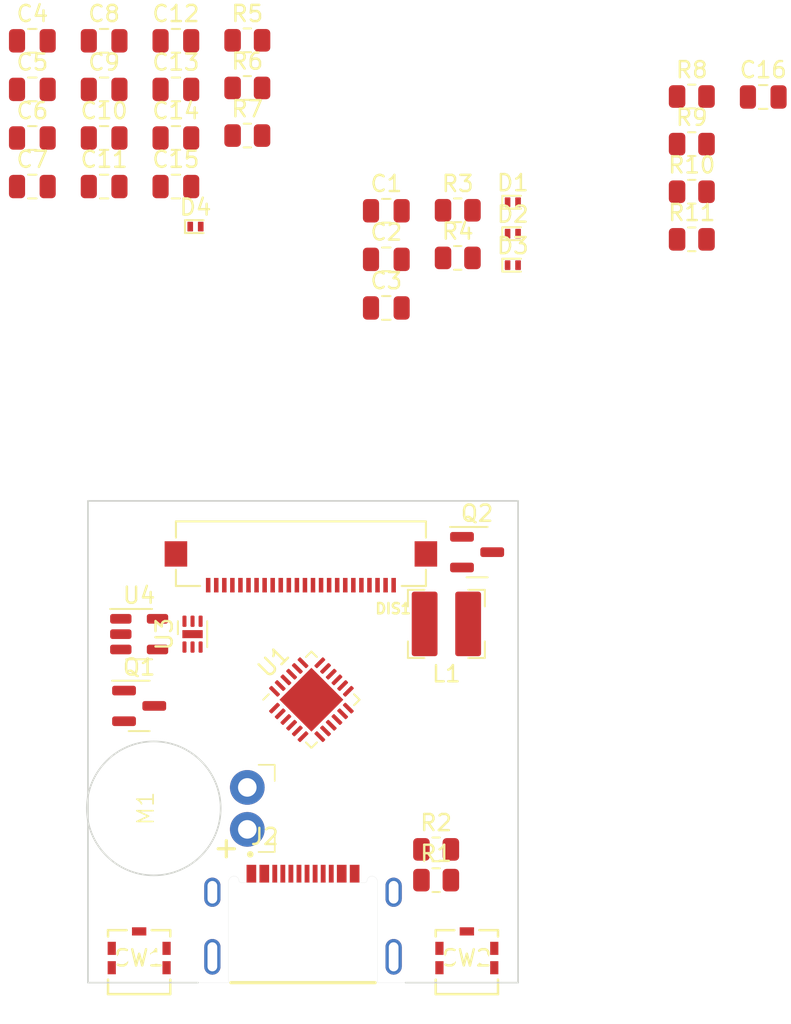
<source format=kicad_pcb>
(kicad_pcb (version 20240108) (generator "pcbnew") (generator_version "8.0")
  (layers (0 "F.Cu" signal) (31 "B.Cu" signal) (34 "B.Paste" user) (35 "F.Paste" user) (36 "B.SilkS" user "B.Silkscreen") (37 "F.SilkS" user "F.Silkscreen") (38 "B.Mask" user) (39 "F.Mask" user) (44 "Edge.Cuts" user))
  (net 0 "")
  (net 3 "Net-(C16-Pad1)")
  (net 4 "/SCL")
  (net 6 "/BUSY")
  (net 7 "/SDA")
  (net 11 "/RES")
  (net 12 "/D{slash}C")
  (net 13 "/CS")
  (net 23 "/Vibe")
  (net 26 "Net-(U1-CHIP_EN)")
  (net 27 "Net-(U1-GPIO8)")
  (net 28 "/SW1")
  (net 32 "/SW2")
  (net 33 "GND")
  (net 34 "/VBus")
  (net 35 "Net-(J2-CC1)")
  (net 36 "/D+")
  (net 37 "/D-")
  (net 38 "Net-(J2-CC2)")
  (net 39 "/VBat")
  (net 40 "Net-(AE1-A)")
  (net 41 "/RX")
  (net 42 "/TX")
  (net 43 "/CHG_Stat")
  (net 44 "+3.3V")
  (net 45 "Net-(D1-A)")
  (net 46 "Net-(D2-K)")
  (net 47 "/VGH")
  (net 48 "/VGL")
  (net 49 "/GDR")
  (net 50 "/RESE")
  (net 51 "Net-(U3-BYP)")
  (net 52 "Net-(C9-Pad1)")
  (net 53 "Net-(C10-Pad2)")
  (net 54 "Net-(C12-Pad2)")
  (net 55 "Net-(C13-Pad2)")
  (net 56 "Net-(C14-Pad2)")
  (net 57 "Net-(D4-A)")
  (net 58 "Net-(U4-PROG)")
  (net 59 "/VB_sense")
  (footprint "E-Paper_Watch-Library:D_SOD-882" (layer "F.Cu") (at 106.99 36.15)
    (property "Reference" "D2" (at 0 -1.2 0) (layer "F.SilkS"))
    (property "Value" "CTS05S30")
    (pad "1" smd roundrect (at -0.325 0 180) (size 0.35 0.6) (layers "F.Cu" "F.Paste" "F.Mask") (roundrect_rratio 0.1) (net 46 "Net-(D2-K)"))
    (pad "2" smd roundrect (at 0.325 0 180) (size 0.35 0.6) (layers "F.Cu" "F.Paste" "F.Mask") (roundrect_rratio 0.1) (net 48 "/VGL"))
  )
  (footprint "Package_DFN_QFN:QFN-24-1EP_4x4mm_P0.5mm_EP2.8x2.8mm" (layer "F.Cu") (at 94.501491 65.020742 45)
    (property "Reference" "U1" (at 0 -3.320001 45) (layer "F.SilkS"))
    (property "Value" "ESP8684")
    (pad "1" smd roundrect (at -1.9875 -1.25 45) (size 0.775 0.25) (layers "F.Cu" "F.Paste" "F.Mask") (net 40 "Net-(AE1-A)"))
    (pad "2" smd roundrect (at -1.9875 -0.75 45) (size 0.775 0.25) (layers "F.Cu" "F.Paste" "F.Mask") (net 44 "+3.3V"))
    (pad "3" smd roundrect (at -1.9875 -0.25 45) (size 0.775 0.25) (layers "F.Cu" "F.Paste" "F.Mask") (net 44 "+3.3V"))
    (pad "4" smd roundrect (at -1.9875 0.25 45) (size 0.775 0.25) (layers "F.Cu" "F.Paste" "F.Mask") (net 59 "/VB_sense"))
    (pad "5" smd roundrect (at -1.9875 0.75 45) (size 0.775 0.25) (layers "F.Cu" "F.Paste" "F.Mask"))
    (pad "6" smd roundrect (at -1.9875 1.25 45) (size 0.775 0.25) (layers "F.Cu" "F.Paste" "F.Mask") (net 12 "/D{slash}C"))
    (pad "7" smd roundrect (at -1.25 1.9875 45) (size 0.25 0.775) (layers "F.Cu" "F.Paste" "F.Mask") (net 26 "Net-(U1-CHIP_EN)"))
    (pad "8" smd roundrect (at -0.75 1.9875 45) (size 0.25 0.775) (layers "F.Cu" "F.Paste" "F.Mask"))
    (pad "9" smd roundrect (at -0.25 1.9875 45) (size 0.25 0.775) (layers "F.Cu" "F.Paste" "F.Mask"))
    (pad "10" smd roundrect (at 0.25 1.9875 45) (size 0.25 0.775) (layers "F.Cu" "F.Paste" "F.Mask"))
    (pad "11" smd roundrect (at 0.75 1.9875 45) (size 0.25 0.775) (layers "F.Cu" "F.Paste" "F.Mask") (net 44 "+3.3V"))
    (pad "12" smd roundrect (at 1.25 1.9875 45) (size 0.25 0.775) (layers "F.Cu" "F.Paste" "F.Mask") (net 4 "/SCL"))
    (pad "13" smd roundrect (at 1.9875 1.25 45) (size 0.775 0.25) (layers "F.Cu" "F.Paste" "F.Mask") (net 7 "/SDA"))
    (pad "14" smd roundrect (at 1.9875 0.75 45) (size 0.775 0.25) (layers "F.Cu" "F.Paste" "F.Mask") (net 27 "Net-(U1-GPIO8)"))
    (pad "15" smd roundrect (at 1.9875 0.25 45) (size 0.775 0.25) (layers "F.Cu" "F.Paste" "F.Mask") (net 28 "/SW1"))
    (pad "16" smd roundrect (at 1.9875 -0.25 45) (size 0.775 0.25) (layers "F.Cu" "F.Paste" "F.Mask") (net 13 "/CS"))
    (pad "17" smd roundrect (at 1.9875 -0.75 45) (size 0.775 0.25) (layers "F.Cu" "F.Paste" "F.Mask") (net 44 "+3.3V"))
    (pad "18" smd roundrect (at 1.9875 -1.25 45) (size 0.775 0.25) (layers "F.Cu" "F.Paste" "F.Mask"))
    (pad "19" smd roundrect (at 1.25 -1.9875 45) (size 0.25 0.775) (layers "F.Cu" "F.Paste" "F.Mask") (net 41 "/RX"))
    (pad "20" smd roundrect (at 0.75 -1.9875 45) (size 0.25 0.775) (layers "F.Cu" "F.Paste" "F.Mask") (net 42 "/TX"))
    (pad "21" smd roundrect (at 0.25 -1.9875 45) (size 0.25 0.775) (layers "F.Cu" "F.Paste" "F.Mask") (net 44 "+3.3V"))
    (pad "22" smd roundrect (at -0.25 -1.9875 45) (size 0.25 0.775) (layers "F.Cu" "F.Paste" "F.Mask"))
    (pad "23" smd roundrect (at -0.75 -1.9875 45) (size 0.25 0.775) (layers "F.Cu" "F.Paste" "F.Mask"))
    (pad "24" smd roundrect (at -1.25 -1.9875 45) (size 0.25 0.775) (layers "F.Cu" "F.Paste" "F.Mask") (net 44 "+3.3V"))
    (pad "25" smd rect (at 0 0 45) (size 2.8 2.8) (layers "F.Cu" "F.Mask") (net 33 "GND"))
  )
  (footprint "E-Paper_Watch-Library:GCT_USB4505-03-0-A_REVA" (layer "F.Cu") (at 93.98 82.55)
    (property "Reference" "J2" (at -2.375 -9.045 0) (layer "F.SilkS"))
    (property "Value" "USB4505-03-0-A_REVA")
    (fp_poly (pts (xy -5.62 -4.7) (xy -5.646 -4.701) (xy -5.672 -4.703) (xy -5.698 -4.706) (xy -5.724 -4.711) (xy -5.749 -4.717) (xy -5.775 -4.724) (xy -5.799 -4.733) (xy -5.823 -4.743) (xy -5.847 -4.754) (xy -5.87 -4.767) (xy -5.892 -4.781) (xy -5.914 -4.795) (xy -5.935 -4.811) (xy -5.955 -4.828) (xy -5.974 -4.846) (xy -5.992 -4.865) (xy -6.009 -4.885) (xy -6.025 -4.906) (xy -6.039 -4.928) (xy -6.053 -4.95) (xy -6.066 -4.973) (xy -6.077 -4.997) (xy -6.087 -5.021) (xy -6.096 -5.045) (xy -6.103 -5.071) (xy -6.109 -5.096) (xy -6.114 -5.122) (xy -6.117 -5.148) (xy -6.119 -5.174) (xy -6.12 -5.2) (xy -6.12 -6) (xy -6.119 -6.026) (xy -6.117 -6.052) (xy -6.114 -6.078) (xy -6.109 -6.104) (xy -6.103 -6.129) (xy -6.096 -6.155) (xy -6.087 -6.179) (xy -6.077 -6.203) (xy -6.066 -6.227) (xy -6.053 -6.25) (xy -6.039 -6.272) (xy -6.025 -6.294) (xy -6.009 -6.315) (xy -5.992 -6.335) (xy -5.974 -6.354) (xy -5.955 -6.372) (xy -5.935 -6.389) (xy -5.914 -6.405) (xy -5.892 -6.419) (xy -5.87 -6.433) (xy -5.847 -6.446) (xy -5.823 -6.457) (xy -5.799 -6.467) (xy -5.775 -6.476) (xy -5.749 -6.483) (xy -5.724 -6.489) (xy -5.698 -6.494) (xy -5.672 -6.497) (xy -5.646 -6.499) (xy -5.62 -6.5) (xy -5.594 -6.499) (xy -5.568 -6.497) (xy -5.542 -6.494) (xy -5.516 -6.489) (xy -5.491 -6.483) (xy -5.465 -6.476) (xy -5.441 -6.467) (xy -5.417 -6.457) (xy -5.393 -6.446) (xy -5.37 -6.433) (xy -5.348 -6.419) (xy -5.326 -6.405) (xy -5.305 -6.389) (xy -5.285 -6.372) (xy -5.266 -6.354) (xy -5.248 -6.335) (xy -5.231 -6.315) (xy -5.215 -6.294) (xy -5.201 -6.272) (xy -5.187 -6.25) (xy -5.174 -6.227) (xy -5.163 -6.203) (xy -5.153 -6.179) (xy -5.144 -6.155) (xy -5.137 -6.129) (xy -5.131 -6.104) (xy -5.126 -6.078) (xy -5.123 -6.052) (xy -5.121 -6.026) (xy -5.12 -6) (xy -5.12 -5.2) (xy -5.121 -5.174) (xy -5.123 -5.148) (xy -5.126 -5.122) (xy -5.131 -5.096) (xy -5.137 -5.071) (xy -5.144 -5.045) (xy -5.153 -5.021) (xy -5.163 -4.997) (xy -5.174 -4.973) (xy -5.187 -4.95) (xy -5.201 -4.928) (xy -5.215 -4.906) (xy -5.231 -4.885) (xy -5.248 -4.865) (xy -5.266 -4.846) (xy -5.285 -4.828) (xy -5.305 -4.811) (xy -5.326 -4.795) (xy -5.348 -4.781) (xy -5.37 -4.767) (xy -5.393 -4.754) (xy -5.417 -4.743) (xy -5.441 -4.733) (xy -5.465 -4.724) (xy -5.491 -4.717) (xy -5.516 -4.711) (xy -5.542 -4.706) (xy -5.568 -4.703) (xy -5.594 -4.701) (xy -5.62 -4.7)) (stroke (width 0.01)) (fill solid) (layer "F.Cu"))
    (fp_poly (pts (xy -5.62 -0.5) (xy -5.646 -0.501) (xy -5.672 -0.503) (xy -5.698 -0.506) (xy -5.724 -0.511) (xy -5.749 -0.517) (xy -5.775 -0.524) (xy -5.799 -0.533) (xy -5.823 -0.543) (xy -5.847 -0.554) (xy -5.87 -0.567) (xy -5.892 -0.581) (xy -5.914 -0.595) (xy -5.935 -0.611) (xy -5.955 -0.628) (xy -5.974 -0.646) (xy -5.992 -0.665) (xy -6.009 -0.685) (xy -6.025 -0.706) (xy -6.039 -0.728) (xy -6.053 -0.75) (xy -6.066 -0.773) (xy -6.077 -0.797) (xy -6.087 -0.821) (xy -6.096 -0.845) (xy -6.103 -0.871) (xy -6.109 -0.896) (xy -6.114 -0.922) (xy -6.117 -0.948) (xy -6.119 -0.974) (xy -6.12 -1) (xy -6.12 -2.2) (xy -6.119 -2.226) (xy -6.117 -2.252) (xy -6.114 -2.278) (xy -6.109 -2.304) (xy -6.103 -2.329) (xy -6.096 -2.355) (xy -6.087 -2.379) (xy -6.077 -2.403) (xy -6.066 -2.427) (xy -6.053 -2.45) (xy -6.039 -2.472) (xy -6.025 -2.494) (xy -6.009 -2.515) (xy -5.992 -2.535) (xy -5.974 -2.554) (xy -5.955 -2.572) (xy -5.935 -2.589) (xy -5.914 -2.605) (xy -5.892 -2.619) (xy -5.87 -2.633) (xy -5.847 -2.646) (xy -5.823 -2.657) (xy -5.799 -2.667) (xy -5.775 -2.676) (xy -5.749 -2.683) (xy -5.724 -2.689) (xy -5.698 -2.694) (xy -5.672 -2.697) (xy -5.646 -2.699) (xy -5.62 -2.7) (xy -5.594 -2.699) (xy -5.568 -2.697) (xy -5.542 -2.694) (xy -5.516 -2.689) (xy -5.491 -2.683) (xy -5.465 -2.676) (xy -5.441 -2.667) (xy -5.417 -2.657) (xy -5.393 -2.646) (xy -5.37 -2.633) (xy -5.348 -2.619) (xy -5.326 -2.605) (xy -5.305 -2.589) (xy -5.285 -2.572) (xy -5.266 -2.554) (xy -5.248 -2.535) (xy -5.231 -2.515) (xy -5.215 -2.494) (xy -5.201 -2.472) (xy -5.187 -2.45) (xy -5.174 -2.427) (xy -5.163 -2.403) (xy -5.153 -2.379) (xy -5.144 -2.355) (xy -5.137 -2.329) (xy -5.131 -2.304) (xy -5.126 -2.278) (xy -5.123 -2.252) (xy -5.121 -2.226) (xy -5.12 -2.2) (xy -5.12 -1) (xy -5.121 -0.974) (xy -5.123 -0.948) (xy -5.126 -0.922) (xy -5.131 -0.896) (xy -5.137 -0.871) (xy -5.144 -0.845) (xy -5.153 -0.821) (xy -5.163 -0.797) (xy -5.174 -0.773) (xy -5.187 -0.75) (xy -5.201 -0.728) (xy -5.215 -0.706) (xy -5.231 -0.685) (xy -5.248 -0.665) (xy -5.266 -0.646) (xy -5.285 -0.628) (xy -5.305 -0.611) (xy -5.326 -0.595) (xy -5.348 -0.581) (xy -5.37 -0.567) (xy -5.393 -0.554) (xy -5.417 -0.543) (xy -5.441 -0.533) (xy -5.465 -0.524) (xy -5.491 -0.517) (xy -5.516 -0.511) (xy -5.542 -0.506) (xy -5.568 -0.503) (xy -5.594 -0.501) (xy -5.62 -0.5)) (stroke (width 0.01)) (fill solid) (layer "F.Cu"))
    (fp_poly (pts (xy 5.62 -4.7) (xy 5.594 -4.701) (xy 5.568 -4.703) (xy 5.542 -4.706) (xy 5.516 -4.711) (xy 5.491 -4.717) (xy 5.465 -4.724) (xy 5.441 -4.733) (xy 5.417 -4.743) (xy 5.393 -4.754) (xy 5.37 -4.767) (xy 5.348 -4.781) (xy 5.326 -4.795) (xy 5.305 -4.811) (xy 5.285 -4.828) (xy 5.266 -4.846) (xy 5.248 -4.865) (xy 5.231 -4.885) (xy 5.215 -4.906) (xy 5.201 -4.928) (xy 5.187 -4.95) (xy 5.174 -4.973) (xy 5.163 -4.997) (xy 5.153 -5.021) (xy 5.144 -5.045) (xy 5.137 -5.071) (xy 5.131 -5.096) (xy 5.126 -5.122) (xy 5.123 -5.148) (xy 5.121 -5.174) (xy 5.12 -5.2) (xy 5.12 -6) (xy 5.121 -6.026) (xy 5.123 -6.052) (xy 5.126 -6.078) (xy 5.131 -6.104) (xy 5.137 -6.129) (xy 5.144 -6.155) (xy 5.153 -6.179) (xy 5.163 -6.203) (xy 5.174 -6.227) (xy 5.187 -6.25) (xy 5.201 -6.272) (xy 5.215 -6.294) (xy 5.231 -6.315) (xy 5.248 -6.335) (xy 5.266 -6.354) (xy 5.285 -6.372) (xy 5.305 -6.389) (xy 5.326 -6.405) (xy 5.348 -6.419) (xy 5.37 -6.433) (xy 5.393 -6.446) (xy 5.417 -6.457) (xy 5.441 -6.467) (xy 5.465 -6.476) (xy 5.491 -6.483) (xy 5.516 -6.489) (xy 5.542 -6.494) (xy 5.568 -6.497) (xy 5.594 -6.499) (xy 5.62 -6.5) (xy 5.646 -6.499) (xy 5.672 -6.497) (xy 5.698 -6.494) (xy 5.724 -6.489) (xy 5.749 -6.483) (xy 5.775 -6.476) (xy 5.799 -6.467) (xy 5.823 -6.457) (xy 5.847 -6.446) (xy 5.87 -6.433) (xy 5.892 -6.419) (xy 5.914 -6.405) (xy 5.935 -6.389) (xy 5.955 -6.372) (xy 5.974 -6.354) (xy 5.992 -6.335) (xy 6.009 -6.315) (xy 6.025 -6.294) (xy 6.039 -6.272) (xy 6.053 -6.25) (xy 6.066 -6.227) (xy 6.077 -6.203) (xy 6.087 -6.179) (xy 6.096 -6.155) (xy 6.103 -6.129) (xy 6.109 -6.104) (xy 6.114 -6.078) (xy 6.117 -6.052) (xy 6.119 -6.026) (xy 6.12 -6) (xy 6.12 -5.2) (xy 6.119 -5.174) (xy 6.117 -5.148) (xy 6.114 -5.122) (xy 6.109 -5.096) (xy 6.103 -5.071) (xy 6.096 -5.045) (xy 6.087 -5.021) (xy 6.077 -4.997) (xy 6.066 -4.973) (xy 6.053 -4.95) (xy 6.039 -4.928) (xy 6.025 -4.906) (xy 6.009 -4.885) (xy 5.992 -4.865) (xy 5.974 -4.846) (xy 5.955 -4.828) (xy 5.935 -4.811) (xy 5.914 -4.795) (xy 5.892 -4.781) (xy 5.87 -4.767) (xy 5.847 -4.754) (xy 5.823 -4.743) (xy 5.799 -4.733) (xy 5.775 -4.724) (xy 5.749 -4.717) (xy 5.724 -4.711) (xy 5.698 -4.706) (xy 5.672 -4.703) (xy 5.646 -4.701) (xy 5.62 -4.7)) (stroke (width 0.01)) (fill solid) (layer "F.Cu"))
    (fp_poly (pts (xy 5.62 -0.5) (xy 5.594 -0.501) (xy 5.568 -0.503) (xy 5.542 -0.506) (xy 5.516 -0.511) (xy 5.491 -0.517) (xy 5.465 -0.524) (xy 5.441 -0.533) (xy 5.417 -0.543) (xy 5.393 -0.554) (xy 5.37 -0.567) (xy 5.348 -0.581) (xy 5.326 -0.595) (xy 5.305 -0.611) (xy 5.285 -0.628) (xy 5.266 -0.646) (xy 5.248 -0.665) (xy 5.231 -0.685) (xy 5.215 -0.706) (xy 5.201 -0.728) (xy 5.187 -0.75) (xy 5.174 -0.773) (xy 5.163 -0.797) (xy 5.153 -0.821) (xy 5.144 -0.845) (xy 5.137 -0.871) (xy 5.131 -0.896) (xy 5.126 -0.922) (xy 5.123 -0.948) (xy 5.121 -0.974) (xy 5.12 -1) (xy 5.12 -2.2) (xy 5.121 -2.226) (xy 5.123 -2.252) (xy 5.126 -2.278) (xy 5.131 -2.304) (xy 5.137 -2.329) (xy 5.144 -2.355) (xy 5.153 -2.379) (xy 5.163 -2.403) (xy 5.174 -2.427) (xy 5.187 -2.45) (xy 5.201 -2.472) (xy 5.215 -2.494) (xy 5.231 -2.515) (xy 5.248 -2.535) (xy 5.266 -2.554) (xy 5.285 -2.572) (xy 5.305 -2.589) (xy 5.326 -2.605) (xy 5.348 -2.619) (xy 5.37 -2.633) (xy 5.393 -2.646) (xy 5.417 -2.657) (xy 5.441 -2.667) (xy 5.465 -2.676) (xy 5.491 -2.683) (xy 5.516 -2.689) (xy 5.542 -2.694) (xy 5.568 -2.697) (xy 5.594 -2.699) (xy 5.62 -2.7) (xy 5.646 -2.699) (xy 5.672 -2.697) (xy 5.698 -2.694) (xy 5.724 -2.689) (xy 5.749 -2.683) (xy 5.775 -2.676) (xy 5.799 -2.667) (xy 5.823 -2.657) (xy 5.847 -2.646) (xy 5.87 -2.633) (xy 5.892 -2.619) (xy 5.914 -2.605) (xy 5.935 -2.589) (xy 5.955 -2.572) (xy 5.974 -2.554) (xy 5.992 -2.535) (xy 6.009 -2.515) (xy 6.025 -2.494) (xy 6.039 -2.472) (xy 6.053 -2.45) (xy 6.066 -2.427) (xy 6.077 -2.403) (xy 6.087 -2.379) (xy 6.096 -2.355) (xy 6.103 -2.329) (xy 6.109 -2.304) (xy 6.114 -2.278) (xy 6.117 -2.252) (xy 6.119 -2.226) (xy 6.12 -2.2) (xy 6.12 -1) (xy 6.119 -0.974) (xy 6.117 -0.948) (xy 6.114 -0.922) (xy 6.109 -0.896) (xy 6.103 -0.871) (xy 6.096 -0.845) (xy 6.087 -0.821) (xy 6.077 -0.797) (xy 6.066 -0.773) (xy 6.053 -0.75) (xy 6.039 -0.728) (xy 6.025 -0.706) (xy 6.009 -0.685) (xy 5.992 -0.665) (xy 5.974 -0.646) (xy 5.955 -0.628) (xy 5.935 -0.611) (xy 5.914 -0.595) (xy 5.892 -0.581) (xy 5.87 -0.567) (xy 5.847 -0.554) (xy 5.823 -0.543) (xy 5.799 -0.533) (xy 5.775 -0.524) (xy 5.749 -0.517) (xy 5.724 -0.511) (xy 5.698 -0.506) (xy 5.672 -0.503) (xy 5.646 -0.501) (xy 5.62 -0.5)) (stroke (width 0.01)) (fill solid) (layer "F.Cu"))
    (fp_poly (pts (xy -5.62 -4.7) (xy -5.646 -4.701) (xy -5.672 -4.703) (xy -5.698 -4.706) (xy -5.724 -4.711) (xy -5.749 -4.717) (xy -5.775 -4.724) (xy -5.799 -4.733) (xy -5.823 -4.743) (xy -5.847 -4.754) (xy -5.87 -4.767) (xy -5.892 -4.781) (xy -5.914 -4.795) (xy -5.935 -4.811) (xy -5.955 -4.828) (xy -5.974 -4.846) (xy -5.992 -4.865) (xy -6.009 -4.885) (xy -6.025 -4.906) (xy -6.039 -4.928) (xy -6.053 -4.95) (xy -6.066 -4.973) (xy -6.077 -4.997) (xy -6.087 -5.021) (xy -6.096 -5.045) (xy -6.103 -5.071) (xy -6.109 -5.096) (xy -6.114 -5.122) (xy -6.117 -5.148) (xy -6.119 -5.174) (xy -6.12 -5.2) (xy -6.12 -6) (xy -6.119 -6.026) (xy -6.117 -6.052) (xy -6.114 -6.078) (xy -6.109 -6.104) (xy -6.103 -6.129) (xy -6.096 -6.155) (xy -6.087 -6.179) (xy -6.077 -6.203) (xy -6.066 -6.227) (xy -6.053 -6.25) (xy -6.039 -6.272) (xy -6.025 -6.294) (xy -6.009 -6.315) (xy -5.992 -6.335) (xy -5.974 -6.354) (xy -5.955 -6.372) (xy -5.935 -6.389) (xy -5.914 -6.405) (xy -5.892 -6.419) (xy -5.87 -6.433) (xy -5.847 -6.446) (xy -5.823 -6.457) (xy -5.799 -6.467) (xy -5.775 -6.476) (xy -5.749 -6.483) (xy -5.724 -6.489) (xy -5.698 -6.494) (xy -5.672 -6.497) (xy -5.646 -6.499) (xy -5.62 -6.5) (xy -5.594 -6.499) (xy -5.568 -6.497) (xy -5.542 -6.494) (xy -5.516 -6.489) (xy -5.491 -6.483) (xy -5.465 -6.476) (xy -5.441 -6.467) (xy -5.417 -6.457) (xy -5.393 -6.446) (xy -5.37 -6.433) (xy -5.348 -6.419) (xy -5.326 -6.405) (xy -5.305 -6.389) (xy -5.285 -6.372) (xy -5.266 -6.354) (xy -5.248 -6.335) (xy -5.231 -6.315) (xy -5.215 -6.294) (xy -5.201 -6.272) (xy -5.187 -6.25) (xy -5.174 -6.227) (xy -5.163 -6.203) (xy -5.153 -6.179) (xy -5.144 -6.155) (xy -5.137 -6.129) (xy -5.131 -6.104) (xy -5.126 -6.078) (xy -5.123 -6.052) (xy -5.121 -6.026) (xy -5.12 -6) (xy -5.12 -5.2) (xy -5.121 -5.174) (xy -5.123 -5.148) (xy -5.126 -5.122) (xy -5.131 -5.096) (xy -5.137 -5.071) (xy -5.144 -5.045) (xy -5.153 -5.021) (xy -5.163 -4.997) (xy -5.174 -4.973) (xy -5.187 -4.95) (xy -5.201 -4.928) (xy -5.215 -4.906) (xy -5.231 -4.885) (xy -5.248 -4.865) (xy -5.266 -4.846) (xy -5.285 -4.828) (xy -5.305 -4.811) (xy -5.326 -4.795) (xy -5.348 -4.781) (xy -5.37 -4.767) (xy -5.393 -4.754) (xy -5.417 -4.743) (xy -5.441 -4.733) (xy -5.465 -4.724) (xy -5.491 -4.717) (xy -5.516 -4.711) (xy -5.542 -4.706) (xy -5.568 -4.703) (xy -5.594 -4.701) (xy -5.62 -4.7)) (stroke (width 0.01)) (fill solid) (layer "B.Cu"))
    (fp_poly (pts (xy -5.62 -0.5) (xy -5.646 -0.501) (xy -5.672 -0.503) (xy -5.698 -0.506) (xy -5.724 -0.511) (xy -5.749 -0.517) (xy -5.775 -0.524) (xy -5.799 -0.533) (xy -5.823 -0.543) (xy -5.847 -0.554) (xy -5.87 -0.567) (xy -5.892 -0.581) (xy -5.914 -0.595) (xy -5.935 -0.611) (xy -5.955 -0.628) (xy -5.974 -0.646) (xy -5.992 -0.665) (xy -6.009 -0.685) (xy -6.025 -0.706) (xy -6.039 -0.728) (xy -6.053 -0.75) (xy -6.066 -0.773) (xy -6.077 -0.797) (xy -6.087 -0.821) (xy -6.096 -0.845) (xy -6.103 -0.871) (xy -6.109 -0.896) (xy -6.114 -0.922) (xy -6.117 -0.948) (xy -6.119 -0.974) (xy -6.12 -1) (xy -6.12 -2.2) (xy -6.119 -2.226) (xy -6.117 -2.252) (xy -6.114 -2.278) (xy -6.109 -2.304) (xy -6.103 -2.329) (xy -6.096 -2.355) (xy -6.087 -2.379) (xy -6.077 -2.403) (xy -6.066 -2.427) (xy -6.053 -2.45) (xy -6.039 -2.472) (xy -6.025 -2.494) (xy -6.009 -2.515) (xy -5.992 -2.535) (xy -5.974 -2.554) (xy -5.955 -2.572) (xy -5.935 -2.589) (xy -5.914 -2.605) (xy -5.892 -2.619) (xy -5.87 -2.633) (xy -5.847 -2.646) (xy -5.823 -2.657) (xy -5.799 -2.667) (xy -5.775 -2.676) (xy -5.749 -2.683) (xy -5.724 -2.689) (xy -5.698 -2.694) (xy -5.672 -2.697) (xy -5.646 -2.699) (xy -5.62 -2.7) (xy -5.594 -2.699) (xy -5.568 -2.697) (xy -5.542 -2.694) (xy -5.516 -2.689) (xy -5.491 -2.683) (xy -5.465 -2.676) (xy -5.441 -2.667) (xy -5.417 -2.657) (xy -5.393 -2.646) (xy -5.37 -2.633) (xy -5.348 -2.619) (xy -5.326 -2.605) (xy -5.305 -2.589) (xy -5.285 -2.572) (xy -5.266 -2.554) (xy -5.248 -2.535) (xy -5.231 -2.515) (xy -5.215 -2.494) (xy -5.201 -2.472) (xy -5.187 -2.45) (xy -5.174 -2.427) (xy -5.163 -2.403) (xy -5.153 -2.379) (xy -5.144 -2.355) (xy -5.137 -2.329) (xy -5.131 -2.304) (xy -5.126 -2.278) (xy -5.123 -2.252) (xy -5.121 -2.226) (xy -5.12 -2.2) (xy -5.12 -1) (xy -5.121 -0.974) (xy -5.123 -0.948) (xy -5.126 -0.922) (xy -5.131 -0.896) (xy -5.137 -0.871) (xy -5.144 -0.845) (xy -5.153 -0.821) (xy -5.163 -0.797) (xy -5.174 -0.773) (xy -5.187 -0.75) (xy -5.201 -0.728) (xy -5.215 -0.706) (xy -5.231 -0.685) (xy -5.248 -0.665) (xy -5.266 -0.646) (xy -5.285 -0.628) (xy -5.305 -0.611) (xy -5.326 -0.595) (xy -5.348 -0.581) (xy -5.37 -0.567) (xy -5.393 -0.554) (xy -5.417 -0.543) (xy -5.441 -0.533) (xy -5.465 -0.524) (xy -5.491 -0.517) (xy -5.516 -0.511) (xy -5.542 -0.506) (xy -5.568 -0.503) (xy -5.594 -0.501) (xy -5.62 -0.5)) (stroke (width 0.01)) (fill solid) (layer "B.Cu"))
    (fp_poly (pts (xy 5.62 -4.7) (xy 5.594 -4.701) (xy 5.568 -4.703) (xy 5.542 -4.706) (xy 5.516 -4.711) (xy 5.491 -4.717) (xy 5.465 -4.724) (xy 5.441 -4.733) (xy 5.417 -4.743) (xy 5.393 -4.754) (xy 5.37 -4.767) (xy 5.348 -4.781) (xy 5.326 -4.795) (xy 5.305 -4.811) (xy 5.285 -4.828) (xy 5.266 -4.846) (xy 5.248 -4.865) (xy 5.231 -4.885) (xy 5.215 -4.906) (xy 5.201 -4.928) (xy 5.187 -4.95) (xy 5.174 -4.973) (xy 5.163 -4.997) (xy 5.153 -5.021) (xy 5.144 -5.045) (xy 5.137 -5.071) (xy 5.131 -5.096) (xy 5.126 -5.122) (xy 5.123 -5.148) (xy 5.121 -5.174) (xy 5.12 -5.2) (xy 5.12 -6) (xy 5.121 -6.026) (xy 5.123 -6.052) (xy 5.126 -6.078) (xy 5.131 -6.104) (xy 5.137 -6.129) (xy 5.144 -6.155) (xy 5.153 -6.179) (xy 5.163 -6.203) (xy 5.174 -6.227) (xy 5.187 -6.25) (xy 5.201 -6.272) (xy 5.215 -6.294) (xy 5.231 -6.315) (xy 5.248 -6.335) (xy 5.266 -6.354) (xy 5.285 -6.372) (xy 5.305 -6.389) (xy 5.326 -6.405) (xy 5.348 -6.419) (xy 5.37 -6.433) (xy 5.393 -6.446) (xy 5.417 -6.457) (xy 5.441 -6.467) (xy 5.465 -6.476) (xy 5.491 -6.483) (xy 5.516 -6.489) (xy 5.542 -6.494) (xy 5.568 -6.497) (xy 5.594 -6.499) (xy 5.62 -6.5) (xy 5.646 -6.499) (xy 5.672 -6.497) (xy 5.698 -6.494) (xy 5.724 -6.489) (xy 5.749 -6.483) (xy 5.775 -6.476) (xy 5.799 -6.467) (xy 5.823 -6.457) (xy 5.847 -6.446) (xy 5.87 -6.433) (xy 5.892 -6.419) (xy 5.914 -6.405) (xy 5.935 -6.389) (xy 5.955 -6.372) (xy 5.974 -6.354) (xy 5.992 -6.335) (xy 6.009 -6.315) (xy 6.025 -6.294) (xy 6.039 -6.272) (xy 6.053 -6.25) (xy 6.066 -6.227) (xy 6.077 -6.203) (xy 6.087 -6.179) (xy 6.096 -6.155) (xy 6.103 -6.129) (xy 6.109 -6.104) (xy 6.114 -6.078) (xy 6.117 -6.052) (xy 6.119 -6.026) (xy 6.12 -6) (xy 6.12 -5.2) (xy 6.119 -5.174) (xy 6.117 -5.148) (xy 6.114 -5.122) (xy 6.109 -5.096) (xy 6.103 -5.071) (xy 6.096 -5.045) (xy 6.087 -5.021) (xy 6.077 -4.997) (xy 6.066 -4.973) (xy 6.053 -4.95) (xy 6.039 -4.928) (xy 6.025 -4.906) (xy 6.009 -4.885) (xy 5.992 -4.865) (xy 5.974 -4.846) (xy 5.955 -4.828) (xy 5.935 -4.811) (xy 5.914 -4.795) (xy 5.892 -4.781) (xy 5.87 -4.767) (xy 5.847 -4.754) (xy 5.823 -4.743) (xy 5.799 -4.733) (xy 5.775 -4.724) (xy 5.749 -4.717) (xy 5.724 -4.711) (xy 5.698 -4.706) (xy 5.672 -4.703) (xy 5.646 -4.701) (xy 5.62 -4.7)) (stroke (width 0.01)) (fill solid) (layer "B.Cu"))
    (fp_poly (pts (xy 5.62 -0.5) (xy 5.594 -0.501) (xy 5.568 -0.503) (xy 5.542 -0.506) (xy 5.516 -0.511) (xy 5.491 -0.517) (xy 5.465 -0.524) (xy 5.441 -0.533) (xy 5.417 -0.543) (xy 5.393 -0.554) (xy 5.37 -0.567) (xy 5.348 -0.581) (xy 5.326 -0.595) (xy 5.305 -0.611) (xy 5.285 -0.628) (xy 5.266 -0.646) (xy 5.248 -0.665) (xy 5.231 -0.685) (xy 5.215 -0.706) (xy 5.201 -0.728) (xy 5.187 -0.75) (xy 5.174 -0.773) (xy 5.163 -0.797) (xy 5.153 -0.821) (xy 5.144 -0.845) (xy 5.137 -0.871) (xy 5.131 -0.896) (xy 5.126 -0.922) (xy 5.123 -0.948) (xy 5.121 -0.974) (xy 5.12 -1) (xy 5.12 -2.2) (xy 5.121 -2.226) (xy 5.123 -2.252) (xy 5.126 -2.278) (xy 5.131 -2.304) (xy 5.137 -2.329) (xy 5.144 -2.355) (xy 5.153 -2.379) (xy 5.163 -2.403) (xy 5.174 -2.427) (xy 5.187 -2.45) (xy 5.201 -2.472) (xy 5.215 -2.494) (xy 5.231 -2.515) (xy 5.248 -2.535) (xy 5.266 -2.554) (xy 5.285 -2.572) (xy 5.305 -2.589) (xy 5.326 -2.605) (xy 5.348 -2.619) (xy 5.37 -2.633) (xy 5.393 -2.646) (xy 5.417 -2.657) (xy 5.441 -2.667) (xy 5.465 -2.676) (xy 5.491 -2.683) (xy 5.516 -2.689) (xy 5.542 -2.694) (xy 5.568 -2.697) (xy 5.594 -2.699) (xy 5.62 -2.7) (xy 5.646 -2.699) (xy 5.672 -2.697) (xy 5.698 -2.694) (xy 5.724 -2.689) (xy 5.749 -2.683) (xy 5.775 -2.676) (xy 5.799 -2.667) (xy 5.823 -2.657) (xy 5.847 -2.646) (xy 5.87 -2.633) (xy 5.892 -2.619) (xy 5.914 -2.605) (xy 5.935 -2.589) (xy 5.955 -2.572) (xy 5.974 -2.554) (xy 5.992 -2.535) (xy 6.009 -2.515) (xy 6.025 -2.494) (xy 6.039 -2.472) (xy 6.053 -2.45) (xy 6.066 -2.427) (xy 6.077 -2.403) (xy 6.087 -2.379) (xy 6.096 -2.355) (xy 6.103 -2.329) (xy 6.109 -2.304) (xy 6.114 -2.278) (xy 6.117 -2.252) (xy 6.119 -2.226) (xy 6.12 -2.2) (xy 6.12 -1) (xy 6.119 -0.974) (xy 6.117 -0.948) (xy 6.114 -0.922) (xy 6.109 -0.896) (xy 6.103 -0.871) (xy 6.096 -0.845) (xy 6.087 -0.821) (xy 6.077 -0.797) (xy 6.066 -0.773) (xy 6.053 -0.75) (xy 6.039 -0.728) (xy 6.025 -0.706) (xy 6.009 -0.685) (xy 5.992 -0.665) (xy 5.974 -0.646) (xy 5.955 -0.628) (xy 5.935 -0.611) (xy 5.914 -0.595) (xy 5.892 -0.581) (xy 5.87 -0.567) (xy 5.847 -0.554) (xy 5.823 -0.543) (xy 5.799 -0.533) (xy 5.775 -0.524) (xy 5.749 -0.517) (xy 5.724 -0.511) (xy 5.698 -0.506) (xy 5.672 -0.503) (xy 5.646 -0.501) (xy 5.62 -0.5)) (stroke (width 0.01)) (fill solid) (layer "B.Cu"))
    (fp_line (start -6.52 0) (end -4.62 0) (stroke (width 0.01)) (layer "Edge.Cuts"))
    (fp_line (start -4.62 0) (end -4.62 -6.2) (stroke (width 0.01)) (layer "Edge.Cuts"))
    (fp_line (start -3.82 -6.2) (end 3.82 -6.2) (stroke (width 0.01)) (layer "Edge.Cuts"))
    (fp_line (start 4.62 -6.2) (end 4.62 0) (stroke (width 0.01)) (layer "Edge.Cuts"))
    (fp_line (start 4.62 0) (end 6.36 0) (stroke (width 0.01)) (layer "Edge.Cuts"))
    (fp_arc (start -4.62 -6.2) (mid -4.540343 -6.46731) (end -4.295 -6.6) (stroke (width 0.01)) (layer "Edge.Cuts"))
    (fp_arc (start -4.295 -6.6) (mid -4.07451 -6.52731) (end -3.97 -6.32) (stroke (width 0.01)) (layer "Edge.Cuts"))
    (fp_arc (start -3.82 -6.2) (mid -3.919853 -6.228934) (end -3.97 -6.32) (stroke (width 0.01)) (layer "Edge.Cuts"))
    (fp_arc (start 3.97 -6.32) (mid 3.919853 -6.228934) (end 3.82 -6.2) (stroke (width 0.01)) (layer "Edge.Cuts"))
    (fp_arc (start 3.97 -6.32) (mid 4.07451 -6.52731) (end 4.295 -6.6) (stroke (width 0.01)) (layer "Edge.Cuts"))
    (fp_arc (start 4.295 -6.6) (mid 4.540343 -6.46731) (end 4.62 -6.2) (stroke (width 0.01)) (layer "Edge.Cuts"))
    (pad "A1_B12" smd rect (at -3.2 -6.75) (size 0.6 1.1) (layers "F.Cu" "F.Paste" "F.Mask") (net 33 "GND"))
    (pad "A4_B9" smd rect (at -2.4 -6.75) (size 0.6 1.1) (layers "F.Cu" "F.Paste" "F.Mask") (net 34 "/VBus"))
    (pad "A5" smd rect (at -1.25 -6.75) (size 0.3 1.1) (layers "F.Cu" "F.Paste" "F.Mask") (net 35 "Net-(J2-CC1)"))
    (pad "A6" smd rect (at -0.25 -6.75) (size 0.3 1.1) (layers "F.Cu" "F.Paste" "F.Mask") (net 36 "/D+"))
    (pad "A7" smd rect (at 0.25 -6.75) (size 0.3 1.1) (layers "F.Cu" "F.Paste" "F.Mask") (net 37 "/D-"))
    (pad "A8" smd rect (at 1.25 -6.75) (size 0.3 1.1) (layers "F.Cu" "F.Paste" "F.Mask"))
    (pad "B1_A12" smd rect (at 3.2 -6.75) (size 0.6 1.1) (layers "F.Cu" "F.Paste" "F.Mask") (net 33 "GND"))
    (pad "B4_A9" smd rect (at 2.4 -6.75) (size 0.6 1.1) (layers "F.Cu" "F.Paste" "F.Mask") (net 34 "/VBus"))
    (pad "B5" smd rect (at 1.75 -6.75) (size 0.3 1.1) (layers "F.Cu" "F.Paste" "F.Mask") (net 38 "Net-(J2-CC2)"))
    (pad "B6" smd rect (at 0.75 -6.75) (size 0.3 1.1) (layers "F.Cu" "F.Paste" "F.Mask") (net 36 "/D+"))
    (pad "B7" smd rect (at -0.75 -6.75) (size 0.3 1.1) (layers "F.Cu" "F.Paste" "F.Mask") (net 37 "/D-"))
    (pad "B8" smd rect (at -1.75 -6.75) (size 0.3 1.1) (layers "F.Cu" "F.Paste" "F.Mask"))
    (pad "S1" thru_hole oval (at -5.62 -1.6) (size 0.95 1.9) (drill oval 0.6 1.8) (layers "*.Cu"))
    (pad "S2" thru_hole oval (at 5.62 -5.6) (size 0.8 1.6) (drill oval 0.6 1.4) (layers "*.Cu"))
    (pad "S3" thru_hole oval (at -5.62 -5.6) (size 0.8 1.6) (drill oval 0.6 1.4) (layers "*.Cu"))
    (pad "S4" thru_hole oval (at 5.62 -1.6) (size 0.95 1.9) (drill oval 0.6 1.8) (layers "*.Cu"))
  )
  (footprint "Capacitor_SMD:C_0805_2012Metric" (layer "F.Cu") (at 81.6475 27.21)
    (property "Reference" "C9" (at 0 -1.68 0) (layer "F.SilkS"))
    (property "Value" "1u")
    (pad "1" smd roundrect (at -0.95 0) (size 1 1.45) (layers "F.Cu" "F.Paste" "F.Mask") (net 52 "Net-(C9-Pad1)"))
    (pad "2" smd roundrect (at 0.95 0) (size 1 1.45) (layers "F.Cu" "F.Paste" "F.Mask") (net 33 "GND"))
  )
  (footprint "Resistor_SMD:R_0805_2012Metric" (layer "F.Cu") (at 102.235 76.2)
    (property "Reference" "R1" (at 0 -1.65 0) (layer "F.SilkS"))
    (property "Value" "5.1k")
    (pad "1" smd roundrect (at -0.9125 0) (size 1.025 1.4) (layers "F.Cu" "F.Paste" "F.Mask") (roundrect_rratio 0.243902) (net 35 "Net-(J2-CC1)"))
    (pad "2" smd roundrect (at 0.9125 0) (size 1.025 1.4) (layers "F.Cu" "F.Paste" "F.Mask") (roundrect_rratio 0.243902) (net 33 "GND"))
  )
  (footprint "Capacitor_SMD:C_0805_2012Metric" (layer "F.Cu") (at 86.0975 30.22)
    (property "Reference" "C14" (at 0 -1.68 0) (layer "F.SilkS"))
    (property "Value" "1u")
    (pad "1" smd roundrect (at -0.95 0) (size 1 1.45) (layers "F.Cu" "F.Paste" "F.Mask") (net 33 "GND"))
    (pad "2" smd roundrect (at 0.95 0) (size 1 1.45) (layers "F.Cu" "F.Paste" "F.Mask") (net 56 "Net-(C14-Pad2)"))
  )
  (footprint "E-Paper_Watch-Library:Coin_Vibration_Motor_VC0824K001L" (layer "F.Cu") (at 84.726175 71.755 90)
    (property "Reference" "M1" (at 0 -0.5 90) (layer "F.SilkS") (effects (font (thickness 0.1))))
    (property "Value" "Motor_DC")
    (fp_circle (center 0 0) (end 4.15 0) (stroke (width 0.1)) (fill none) (layer "Edge.Cuts"))
    (pad "1" thru_hole circle (at -1.3 5.8 90) (size 2.15 2.15) (drill 1.15) (layers "*.Cu" "*.Mask") (net 39 "/VBat"))
    (pad "2" thru_hole circle (at 1.3 5.8 90) (size 2.15 2.15) (drill 1.15) (layers "*.Cu" "*.Mask") (net 57 "Net-(D4-A)"))
  )
  (footprint "E-Paper_Watch-Library:R-667799_MIT" (layer "F.Cu") (at 83.82 81.28)
    (property "Reference" "SW1" (at 0 -0.2542 0) (layer "F.SilkS"))
    (property "Value" "R-667799")
    (pad "" np_thru_hole circle (at -1.000001 -0.2542) (size 0.7112 0.7112) (drill 0.7112) (layers "*.Cu" "*.Mask"))
    (pad "" np_thru_hole circle (at 1.000001 -0.2542) (size 0.7112 0.7112) (drill 0.7112) (layers "*.Cu" "*.Mask"))
    (pad "A" smd rect (at -1.700002 0.345799) (size 0.508 0.8128) (layers "F.Cu" "F.Paste" "F.Mask") (net 28 "/SW1"))
    (pad "B1" smd rect (at 1.700002 0.345799) (size 0.508 0.8128) (layers "F.Cu" "F.Paste" "F.Mask") (net 33 "GND"))
    (pad "B2" smd rect (at 1.700002 -0.854199) (size 0.508 0.8128) (layers "F.Cu" "F.Paste" "F.Mask") (net 33 "GND"))
    (pad "B3" smd rect (at 0 -1.904199) (size 0.889 0.508) (layers "F.Cu" "F.Paste" "F.Mask") (net 33 "GND"))
    (pad "G" smd rect (at -1.700002 -0.854199) (size 0.508 0.8128) (layers "F.Cu" "F.Paste" "F.Mask") (net 33 "GND"))
  )
  (footprint "Package_DFN_QFN:MLF-6-1EP_1.6x1.6mm_P0.5mm_EP0.5x1.26mm" (layer "F.Cu") (at 87.13 60.96 90)
    (property "Reference" "U3" (at 0 -1.75 90) (layer "F.SilkS"))
    (property "Value" "MIC5353-3.3YMT")
    (pad "1" smd roundrect (at -0.8 -0.5 90) (size 0.7 0.25) (layers "F.Cu" "F.Paste" "F.Mask") (net 39 "/VBat"))
    (pad "2" smd roundrect (at -0.8 0 90) (size 0.7 0.25) (layers "F.Cu" "F.Paste" "F.Mask") (net 33 "GND"))
    (pad "3" smd roundrect (at -0.8 0.5 90) (size 0.7 0.25) (layers "F.Cu" "F.Paste" "F.Mask") (net 39 "/VBat"))
    (pad "4" smd roundrect (at 0.8 0.5 90) (size 0.7 0.25) (layers "F.Cu" "F.Paste" "F.Mask") (net 44 "+3.3V"))
    (pad "5" smd roundrect (at 0.8 0 90) (size 0.7 0.25) (layers "F.Cu" "F.Paste" "F.Mask"))
    (pad "6" smd roundrect (at 0.8 -0.5 90) (size 0.7 0.25) (layers "F.Cu" "F.Paste" "F.Mask") (net 51 "Net-(U3-BYP)"))
    (pad "7" smd rect (at 0 0 90) (size 0.5 1.26) (layers "F.Cu" "F.Mask") (net 33 "GND"))
  )
  (footprint "Capacitor_SMD:C_0805_2012Metric" (layer "F.Cu") (at 81.6475 33.23)
    (property "Reference" "C11" (at 0 -1.68 0) (layer "F.SilkS"))
    (property "Value" "1u")
    (pad "1" smd roundrect (at -0.95 0) (size 1 1.45) (layers "F.Cu" "F.Paste" "F.Mask") (net 48 "/VGL"))
    (pad "2" smd roundrect (at 0.95 0) (size 1 1.45) (layers "F.Cu" "F.Paste" "F.Mask") (net 33 "GND"))
  )
  (footprint "Capacitor_SMD:C_0805_2012Metric" (layer "F.Cu") (at 99.145 37.74)
    (property "Reference" "C2" (at 0 -1.68 0) (layer "F.SilkS"))
    (property "Value" "4.7u")
    (pad "1" smd roundrect (at -0.95 0) (size 1 1.45) (layers "F.Cu" "F.Paste" "F.Mask") (net 45 "Net-(D1-A)"))
    (pad "2" smd roundrect (at 0.95 0) (size 1 1.45) (layers "F.Cu" "F.Paste" "F.Mask") (net 46 "Net-(D2-K)"))
  )
  (footprint "Capacitor_SMD:C_0805_2012Metric" (layer "F.Cu") (at 77.1975 27.21)
    (property "Reference" "C5" (at 0 -1.68 0) (layer "F.SilkS"))
    (property "Value" "0.1p")
    (pad "1" smd roundrect (at -0.95 0) (size 1 1.45) (layers "F.Cu" "F.Paste" "F.Mask") (net 44 "+3.3V"))
    (pad "2" smd roundrect (at 0.95 0) (size 1 1.45) (layers "F.Cu" "F.Paste" "F.Mask") (net 33 "GND"))
  )
  (footprint "Capacitor_SMD:C_0805_2012Metric" (layer "F.Cu") (at 86.0975 24.2)
    (property "Reference" "C12" (at 0 -1.68 0) (layer "F.SilkS"))
    (property "Value" "1u")
    (pad "1" smd roundrect (at -0.95 0) (size 1 1.45) (layers "F.Cu" "F.Paste" "F.Mask") (net 33 "GND"))
    (pad "2" smd roundrect (at 0.95 0) (size 1 1.45) (layers "F.Cu" "F.Paste" "F.Mask") (net 54 "Net-(C12-Pad2)"))
  )
  (footprint "Capacitor_SMD:C_0805_2012Metric" (layer "F.Cu") (at 99.145 34.73)
    (property "Reference" "C1" (at 0 -1.68 0) (layer "F.SilkS"))
    (property "Value" "4.7u")
    (pad "1" smd roundrect (at -0.95 0) (size 1 1.45) (layers "F.Cu" "F.Paste" "F.Mask") (net 44 "+3.3V"))
    (pad "2" smd roundrect (at 0.95 0) (size 1 1.45) (layers "F.Cu" "F.Paste" "F.Mask") (net 33 "GND"))
  )
  (footprint "Resistor_SMD:R_0805_2012Metric" (layer "F.Cu") (at 102.235 74.295)
    (property "Reference" "R2" (at 0 -1.65 0) (layer "F.SilkS"))
    (property "Value" "5.1k")
    (pad "1" smd roundrect (at -0.9125 0) (size 1.025 1.4) (layers "F.Cu" "F.Paste" "F.Mask") (roundrect_rratio 0.243902) (net 38 "Net-(J2-CC2)"))
    (pad "2" smd roundrect (at 0.9125 0) (size 1.025 1.4) (layers "F.Cu" "F.Paste" "F.Mask") (roundrect_rratio 0.243902) (net 33 "GND"))
  )
  (footprint "Resistor_SMD:R_0805_2012Metric" (layer "F.Cu") (at 103.575 34.7)
    (property "Reference" "R3" (at 0 -1.65 0) (layer "F.SilkS"))
    (property "Value" "2.2")
    (pad "1" smd roundrect (at -0.9125 0) (size 1.025 1.4) (layers "F.Cu" "F.Paste" "F.Mask") (roundrect_rratio 0.243902) (net 50 "/RESE"))
    (pad "2" smd roundrect (at 0.9125 0) (size 1.025 1.4) (layers "F.Cu" "F.Paste" "F.Mask") (roundrect_rratio 0.243902) (net 33 "GND"))
  )
  (footprint "Capacitor_SMD:C_0805_2012Metric" (layer "F.Cu") (at 77.1975 33.23)
    (property "Reference" "C7" (at 0 -1.68 0) (layer "F.SilkS"))
    (property "Value" "100n")
    (pad "1" smd roundrect (at -0.95 0) (size 1 1.45) (layers "F.Cu" "F.Paste" "F.Mask") (net 51 "Net-(U3-BYP)"))
    (pad "2" smd roundrect (at 0.95 0) (size 1 1.45) (layers "F.Cu" "F.Paste" "F.Mask") (net 33 "GND"))
  )
  (footprint "E-Paper_Watch-Library:D_SOD-882" (layer "F.Cu") (at 106.99 34.2)
    (property "Reference" "D1" (at 0 -1.2 0) (layer "F.SilkS"))
    (property "Value" "CTS05S30")
    (pad "1" smd roundrect (at -0.325 0 180) (size 0.35 0.6) (layers "F.Cu" "F.Paste" "F.Mask") (roundrect_rratio 0.1) (net 47 "/VGH"))
    (pad "2" smd roundrect (at 0.325 0 180) (size 0.35 0.6) (layers "F.Cu" "F.Paste" "F.Mask") (roundrect_rratio 0.1) (net 45 "Net-(D1-A)"))
  )
  (footprint "E-Paper_Watch-Library:D_SOD-882" (layer "F.Cu") (at 106.99 38.1)
    (property "Reference" "D3" (at 0 -1.2 0) (layer "F.SilkS"))
    (property "Value" "CTS05S30")
    (pad "1" smd roundrect (at -0.325 0 180) (size 0.35 0.6) (layers "F.Cu" "F.Paste" "F.Mask") (roundrect_rratio 0.1) (net 33 "GND"))
    (pad "2" smd roundrect (at 0.325 0 180) (size 0.35 0.6) (layers "F.Cu" "F.Paste" "F.Mask") (roundrect_rratio 0.1) (net 46 "Net-(D2-K)"))
  )
  (footprint "Capacitor_SMD:C_0805_2012Metric" (layer "F.Cu") (at 86.0975 33.23)
    (property "Reference" "C15" (at 0 -1.68 0) (layer "F.SilkS"))
    (property "Value" "4.7u")
    (pad "1" smd roundrect (at -0.95 0) (size 1 1.45) (layers "F.Cu" "F.Paste" "F.Mask") (net 33 "GND"))
    (pad "2" smd roundrect (at 0.95 0) (size 1 1.45) (layers "F.Cu" "F.Paste" "F.Mask") (net 34 "/VBus"))
  )
  (footprint "Capacitor_SMD:C_0805_2012Metric" (layer "F.Cu") (at 86.0975 27.21)
    (property "Reference" "C13" (at 0 -1.68 0) (layer "F.SilkS"))
    (property "Value" "1u")
    (pad "1" smd roundrect (at -0.95 0) (size 1 1.45) (layers "F.Cu" "F.Paste" "F.Mask") (net 33 "GND"))
    (pad "2" smd roundrect (at 0.95 0) (size 1 1.45) (layers "F.Cu" "F.Paste" "F.Mask") (net 55 "Net-(C13-Pad2)"))
  )
  (footprint "Capacitor_SMD:C_0805_2012Metric" (layer "F.Cu") (at 99.145 40.75)
    (property "Reference" "C3" (at 0 -1.68 0) (layer "F.SilkS"))
    (property "Value" "1u")
    (pad "1" smd roundrect (at -0.95 0) (size 1 1.45) (layers "F.Cu" "F.Paste" "F.Mask") (net 47 "/VGH"))
    (pad "2" smd roundrect (at 0.95 0) (size 1 1.45) (layers "F.Cu" "F.Paste" "F.Mask") (net 33 "GND"))
  )
  (footprint "Resistor_SMD:R_0805_2012Metric" (layer "F.Cu") (at 118.0875 36.5)
    (property "Reference" "R11" (at 0 -1.65 0) (layer "F.SilkS"))
    (property "Value" "10k")
    (pad "1" smd roundrect (at -0.9125 0) (size 1.025 1.4) (layers "F.Cu" "F.Paste" "F.Mask") (roundrect_rratio 0.243902) (net 44 "+3.3V"))
    (pad "2" smd roundrect (at 0.9125 0) (size 1.025 1.4) (layers "F.Cu" "F.Paste" "F.Mask") (roundrect_rratio 0.243902) (net 32 "/SW2"))
  )
  (footprint "Resistor_SMD:R_0805_2012Metric" (layer "F.Cu") (at 118.0875 27.65)
    (property "Reference" "R8" (at 0 -1.65 0) (layer "F.SilkS"))
    (property "Value" "R")
    (pad "1" smd roundrect (at -0.9125 0) (size 1.025 1.4) (layers "F.Cu" "F.Paste" "F.Mask") (roundrect_rratio 0.243902) (net 44 "+3.3V"))
    (pad "2" smd roundrect (at 0.9125 0) (size 1.025 1.4) (layers "F.Cu" "F.Paste" "F.Mask") (roundrect_rratio 0.243902) (net 26 "Net-(U1-CHIP_EN)"))
  )
  (footprint "Capacitor_SMD:C_0805_2012Metric" (layer "F.Cu") (at 81.6475 24.2)
    (property "Reference" "C8" (at 0 -1.68 0) (layer "F.SilkS"))
    (property "Value" "1u")
    (pad "1" smd roundrect (at -0.95 0) (size 1 1.45) (layers "F.Cu" "F.Paste" "F.Mask") (net 39 "/VBat"))
    (pad "2" smd roundrect (at 0.95 0) (size 1 1.45) (layers "F.Cu" "F.Paste" "F.Mask") (net 33 "GND"))
  )
  (footprint "Resistor_SMD:R_0805_2012Metric" (layer "F.Cu") (at 90.5275 30.07)
    (property "Reference" "R7" (at 0 -1.65 0) (layer "F.SilkS"))
    (property "Value" "R")
    (pad "1" smd roundrect (at -0.9125 0) (size 1.025 1.4) (layers "F.Cu" "F.Paste" "F.Mask") (roundrect_rratio 0.243902) (net 59 "/VB_sense"))
    (pad "2" smd roundrect (at 0.9125 0) (size 1.025 1.4) (layers "F.Cu" "F.Paste" "F.Mask") (roundrect_rratio 0.243902) (net 33 "GND"))
  )
  (footprint "Capacitor_SMD:C_0805_2012Metric" (layer "F.Cu") (at 77.1975 24.2)
    (property "Reference" "C4" (at 0 -1.68 0) (layer "F.SilkS"))
    (property "Value" "1u")
    (pad "1" smd roundrect (at -0.95 0) (size 1 1.45) (layers "F.Cu" "F.Paste" "F.Mask") (net 44 "+3.3V"))
    (pad "2" smd roundrect (at 0.95 0) (size 1 1.45) (layers "F.Cu" "F.Paste" "F.Mask") (net 33 "GND"))
  )
  (footprint "E-Paper_Watch-Library:R-667799_MIT" (layer "F.Cu") (at 104.14 81.28)
    (property "Reference" "SW2" (at 0 -0.2542 0) (layer "F.SilkS"))
    (property "Value" "R-667799")
    (pad "" np_thru_hole circle (at -1.000001 -0.2542) (size 0.7112 0.7112) (drill 0.7112) (layers "*.Cu" "*.Mask"))
    (pad "" np_thru_hole circle (at 1.000001 -0.2542) (size 0.7112 0.7112) (drill 0.7112) (layers "*.Cu" "*.Mask"))
    (pad "A" smd rect (at -1.700002 0.345799) (size 0.508 0.8128) (layers "F.Cu" "F.Paste" "F.Mask") (net 32 "/SW2"))
    (pad "B1" smd rect (at 1.700002 0.345799) (size 0.508 0.8128) (layers "F.Cu" "F.Paste" "F.Mask") (net 33 "GND"))
    (pad "B2" smd rect (at 1.700002 -0.854199) (size 0.508 0.8128) (layers "F.Cu" "F.Paste" "F.Mask") (net 33 "GND"))
    (pad "B3" smd rect (at 0 -1.904199) (size 0.889 0.508) (layers "F.Cu" "F.Paste" "F.Mask") (net 33 "GND"))
    (pad "G" smd rect (at -1.700002 -0.854199) (size 0.508 0.8128) (layers "F.Cu" "F.Paste" "F.Mask") (net 33 "GND"))
  )
  (footprint "Capacitor_SMD:C_0805_2012Metric" (layer "F.Cu") (at 122.5175 27.68)
    (property "Reference" "C16" (at 0 -1.68 0) (layer "F.SilkS"))
    (property "Value" "1u")
    (pad "1" smd roundrect (at -0.95 0) (size 1 1.45) (layers "F.Cu" "F.Paste" "F.Mask") (net 3 "Net-(C16-Pad1)"))
    (pad "2" smd roundrect (at 0.95 0) (size 1 1.45) (layers "F.Cu" "F.Paste" "F.Mask") (net 33 "GND"))
  )
  (footprint "Capacitor_SMD:C_0805_2012Metric" (layer "F.Cu") (at 81.6475 30.22)
    (property "Reference" "C10" (at 0 -1.68 0) (layer "F.SilkS"))
    (property "Value" "1u")
    (pad "1" smd roundrect (at -0.95 0) (size 1 1.45) (layers "F.Cu" "F.Paste" "F.Mask") (net 33 "GND"))
    (pad "2" smd roundrect (at 0.95 0) (size 1 1.45) (layers "F.Cu" "F.Paste" "F.Mask") (net 53 "Net-(C10-Pad2)"))
  )
  (footprint "Resistor_SMD:R_0805_2012Metric" (layer "F.Cu") (at 103.575 37.65)
    (property "Reference" "R4" (at 0 -1.65 0) (layer "F.SilkS"))
    (property "Value" "1M")
    (pad "1" smd roundrect (at -0.9125 0) (size 1.025 1.4) (layers "F.Cu" "F.Paste" "F.Mask") (roundrect_rratio 0.243902) (net 49 "/GDR"))
    (pad "2" smd roundrect (at 0.9125 0) (size 1.025 1.4) (layers "F.Cu" "F.Paste" "F.Mask") (roundrect_rratio 0.243902) (net 33 "GND"))
  )
  (footprint "E-Paper_Watch-Library:D_SOD-882" (layer "F.Cu") (at 87.3125 35.71)
    (property "Reference" "D4" (at 0 -1.2 0) (layer "F.SilkS"))
    (property "Value" "CTS05S30")
    (pad "1" smd roundrect (at -0.325 0 180) (size 0.35 0.6) (layers "F.Cu" "F.Paste" "F.Mask") (roundrect_rratio 0.1) (net 39 "/VBat"))
    (pad "2" smd roundrect (at 0.325 0 180) (size 0.35 0.6) (layers "F.Cu" "F.Paste" "F.Mask") (roundrect_rratio 0.1) (net 57 "Net-(D4-A)"))
  )
  (footprint "Inductor_SMD:L_Bourns-SRN4018" (layer "F.Cu") (at 102.87 60.325)
    (property "Reference" "L1" (at 0 3.1 0) (layer "F.SilkS"))
    (property "Value" "47uH")
    (pad "1" smd roundrect (at -1.35 0) (size 1.6 4) (layers "F.Cu" "F.Paste" "F.Mask") (roundrect_rratio 0.1) (net 44 "+3.3V"))
    (pad "2" smd roundrect (at 1.35 0) (size 1.6 4) (layers "F.Cu" "F.Paste" "F.Mask") (roundrect_rratio 0.1) (net 45 "Net-(D1-A)"))
  )
  (footprint "Resistor_SMD:R_0805_2012Metric" (layer "F.Cu") (at 90.5275 27.12)
    (property "Reference" "R6" (at 0 -1.65 0) (layer "F.SilkS"))
    (property "Value" "R")
    (pad "1" smd roundrect (at -0.9125 0) (size 1.025 1.4) (layers "F.Cu" "F.Paste" "F.Mask") (roundrect_rratio 0.243902) (net 39 "/VBat"))
    (pad "2" smd roundrect (at 0.9125 0) (size 1.025 1.4) (layers "F.Cu" "F.Paste" "F.Mask") (roundrect_rratio 0.243902) (net 59 "/VB_sense"))
  )
  (footprint "Package_TO_SOT_SMD:SOT-23" (layer "F.Cu") (at 83.82 65.405)
    (property "Reference" "Q1" (at 0 -2.4 0) (layer "F.SilkS"))
    (property "Value" "SI2302CDS")
    (pad "1" smd roundrect (at -0.9375 -0.95) (size 1.475 0.6) (layers "F.Cu" "F.Paste" "F.Mask") (net 23 "/Vibe"))
    (pad "2" smd roundrect (at -0.9375 0.95) (size 1.475 0.6) (layers "F.Cu" "F.Paste" "F.Mask") (net 33 "GND"))
    (pad "3" smd roundrect (at 0.9375 0) (size 1.475 0.6) (layers "F.Cu" "F.Paste" "F.Mask") (net 57 "Net-(D4-A)"))
  )
  (footprint "Package_TO_SOT_SMD:SOT-23-5" (layer "F.Cu") (at 83.82 60.96)
    (property "Reference" "U4" (at 0 -2.4 0) (layer "F.SilkS"))
    (property "Value" "MCP73832-2-OT")
    (pad "1" smd roundrect (at -1.1375 -0.95) (size 1.325 0.6) (layers "F.Cu" "F.Paste" "F.Mask") (net 43 "/CHG_Stat"))
    (pad "2" smd roundrect (at -1.1375 0) (size 1.325 0.6) (layers "F.Cu" "F.Paste" "F.Mask") (net 33 "GND"))
    (pad "3" smd roundrect (at -1.1375 0.95) (size 1.325 0.6) (layers "F.Cu" "F.Paste" "F.Mask") (net 39 "/VBat"))
    (pad "4" smd roundrect (at 1.1375 0.95) (size 1.325 0.6) (layers "F.Cu" "F.Paste" "F.Mask") (net 34 "/VBus"))
    (pad "5" smd roundrect (at 1.1375 -0.95) (size 1.325 0.6) (layers "F.Cu" "F.Paste" "F.Mask") (net 58 "Net-(U4-PROG)"))
  )
  (footprint "E-Paper_Watch-Library:GDEH0154D67" (layer "F.Cu") (at 101.6 53.975 180)
    (property "Reference" "DIS1" (at 2.032 -5.4064 0) (layer "F.SilkS") (effects (font (size 0.64 0.64))))
    (property "Value" "GDEH0154D67")
    (pad "BS1" smd rect (at 10 -3.95 90) (size 0.9 0.28) (layers "F.Cu" "F.Paste" "F.Mask"))
    (pad "BUSY" smd rect (at 9.5 -3.95 90) (size 0.9 0.28) (layers "F.Cu" "F.Paste" "F.Mask") (net 6 "/BUSY"))
    (pad "CS" smd rect (at 8 -3.95 90) (size 0.9 0.28) (layers "F.Cu" "F.Paste" "F.Mask") (net 13 "/CS"))
    (pad "D/C" smd rect (at 8.5 -3.95 90) (size 0.9 0.28) (layers "F.Cu" "F.Paste" "F.Mask") (net 12 "/D{slash}C"))
    (pad "GDR" smd rect (at 13 -3.95 90) (size 0.9 0.28) (layers "F.Cu" "F.Paste" "F.Mask") (net 49 "/GDR"))
    (pad "GND1" smd rect (at 0 -2.015 90) (size 1.57 1.4) (layers "F.Cu" "F.Paste" "F.Mask"))
    (pad "GND2" smd rect (at 15.5 -2.015 90) (size 1.57 1.4) (layers "F.Cu" "F.Paste" "F.Mask"))
    (pad "NC1" smd rect (at 13.5 -3.95 90) (size 0.9 0.28) (layers "F.Cu" "F.Paste" "F.Mask"))
    (pad "NC2" smd rect (at 12 -3.95 90) (size 0.9 0.28) (layers "F.Cu" "F.Paste" "F.Mask"))
    (pad "RES" smd rect (at 9 -3.95 90) (size 0.9 0.28) (layers "F.Cu" "F.Paste" "F.Mask") (net 11 "/RES"))
    (pad "RESE" smd rect (at 12.5 -3.95 90) (size 0.9 0.28) (layers "F.Cu" "F.Paste" "F.Mask") (net 50 "/RESE"))
    (pad "SCL" smd rect (at 7.5 -3.95 90) (size 0.9 0.28) (layers "F.Cu" "F.Paste" "F.Mask") (net 4 "/SCL"))
    (pad "SDA" smd rect (at 7 -3.95 90) (size 0.9 0.28) (layers "F.Cu" "F.Paste" "F.Mask") (net 7 "/SDA"))
    (pad "TSCL" smd rect (at 11 -3.95 90) (size 0.9 0.28) (layers "F.Cu" "F.Paste" "F.Mask"))
    (pad "TSDA" smd rect (at 10.5 -3.95 90) (size 0.9 0.28) (layers "F.Cu" "F.Paste" "F.Mask"))
    (pad "VCI" smd rect (at 6 -3.95 90) (size 0.9 0.28) (layers "F.Cu" "F.Paste" "F.Mask") (net 56 "Net-(C14-Pad2)"))
    (pad "VCOM" smd rect (at 2 -3.95 90) (size 0.9 0.28) (layers "F.Cu" "F.Paste" "F.Mask") (net 52 "Net-(C9-Pad1)"))
    (pad "VDD" smd rect (at 5 -3.95 90) (size 0.9 0.28) (layers "F.Cu" "F.Paste" "F.Mask") (net 55 "Net-(C13-Pad2)"))
    (pad "VDDIO" smd rect (at 6.5 -3.95 90) (size 0.9 0.28) (layers "F.Cu" "F.Paste" "F.Mask") (net 56 "Net-(C14-Pad2)"))
    (pad "VGH" smd rect (at 3.5 -3.95 90) (size 0.9 0.28) (layers "F.Cu" "F.Paste" "F.Mask") (net 47 "/VGH"))
    (pad "VGL" smd rect (at 2.5 -3.95 90) (size 0.9 0.28) (layers "F.Cu" "F.Paste" "F.Mask") (net 48 "/VGL"))
    (pad "VPP" smd rect (at 4.5 -3.95 90) (size 0.9 0.28) (layers "F.Cu" "F.Paste" "F.Mask"))
    (pad "VSH1" smd rect (at 4 -3.95 90) (size 0.9 0.28) (layers "F.Cu" "F.Paste" "F.Mask") (net 54 "Net-(C12-Pad2)"))
    (pad "VSH2" smd rect (at 11.5 -3.95 90) (size 0.9 0.28) (layers "F.Cu" "F.Paste" "F.Mask") (net 3 "Net-(C16-Pad1)"))
    (pad "VSL" smd rect (at 3 -3.95 90) (size 0.9 0.28) (layers "F.Cu" "F.Paste" "F.Mask") (net 53 "Net-(C10-Pad2)"))
    (pad "VSS" smd rect (at 5.5 -3.95 90) (size 0.9 0.28) (layers "F.Cu" "F.Paste" "F.Mask") (net 33 "GND"))
  )
  (footprint "Package_TO_SOT_SMD:SOT-23" (layer "F.Cu") (at 104.775 55.88)
    (property "Reference" "Q2" (at 0 -2.4 0) (layer "F.SilkS"))
    (property "Value" "SI2302CDS")
    (pad "1" smd roundrect (at -0.9375 -0.95) (size 1.475 0.6) (layers "F.Cu" "F.Paste" "F.Mask") (net 49 "/GDR"))
    (pad "2" smd roundrect (at -0.9375 0.95) (size 1.475 0.6) (layers "F.Cu" "F.Paste" "F.Mask") (net 50 "/RESE"))
    (pad "3" smd roundrect (at 0.9375 0) (size 1.475 0.6) (layers "F.Cu" "F.Paste" "F.Mask") (net 45 "Net-(D1-A)"))
  )
  (footprint "Resistor_SMD:R_0805_2012Metric" (layer "F.Cu") (at 90.5275 24.17)
    (property "Reference" "R5" (at 0 -1.65 0) (layer "F.SilkS"))
    (property "Value" "1k")
    (pad "1" smd roundrect (at -0.9125 0) (size 1.025 1.4) (layers "F.Cu" "F.Paste" "F.Mask") (roundrect_rratio 0.243902) (net 58 "Net-(U4-PROG)"))
    (pad "2" smd roundrect (at 0.9125 0) (size 1.025 1.4) (layers "F.Cu" "F.Paste" "F.Mask") (roundrect_rratio 0.243902) (net 33 "GND"))
  )
  (footprint "Resistor_SMD:R_0805_2012Metric" (layer "F.Cu") (at 118.0875 30.6)
    (property "Reference" "R9" (at 0 -1.65 0) (layer "F.SilkS"))
    (property "Value" "10k")
    (pad "1" smd roundrect (at -0.9125 0) (size 1.025 1.4) (layers "F.Cu" "F.Paste" "F.Mask") (roundrect_rratio 0.243902) (net 44 "+3.3V"))
    (pad "2" smd roundrect (at 0.9125 0) (size 1.025 1.4) (layers "F.Cu" "F.Paste" "F.Mask") (roundrect_rratio 0.243902) (net 27 "Net-(U1-GPIO8)"))
  )
  (footprint "Capacitor_SMD:C_0805_2012Metric" (layer "F.Cu") (at 77.1975 30.22)
    (property "Reference" "C6" (at 0 -1.68 0) (layer "F.SilkS"))
    (property "Value" "1u")
    (pad "1" smd roundrect (at -0.95 0) (size 1 1.45) (layers "F.Cu" "F.Paste" "F.Mask") (net 44 "+3.3V"))
    (pad "2" smd roundrect (at 0.95 0) (size 1 1.45) (layers "F.Cu" "F.Paste" "F.Mask") (net 33 "GND"))
  )
  (footprint "Resistor_SMD:R_0805_2012Metric" (layer "F.Cu") (at 118.0875 33.55)
    (property "Reference" "R10" (at 0 -1.65 0) (layer "F.SilkS"))
    (property "Value" "10k")
    (pad "1" smd roundrect (at -0.9125 0) (size 1.025 1.4) (layers "F.Cu" "F.Paste" "F.Mask") (roundrect_rratio 0.243902) (net 44 "+3.3V"))
    (pad "2" smd roundrect (at 0.9125 0) (size 1.025 1.4) (layers "F.Cu" "F.Paste" "F.Mask") (roundrect_rratio 0.243902) (net 28 "/SW1"))
  )
  (gr_line (start 80.645 52.705) (end 107.315 52.705) (stroke (width 0.1)) (layer "Edge.Cuts"))
  (gr_line (start 107.315 82.55) (end 100.34 82.55) (stroke (width 0.1)) (layer "Edge.Cuts"))
  (gr_line (start 80.645 82.55) (end 80.645 52.705) (stroke (width 0.1)) (layer "Edge.Cuts"))
  (gr_line (start 87.46 82.55) (end 80.645 82.55) (stroke (width 0.1)) (layer "Edge.Cuts"))
  (gr_line (start 107.315 52.705) (end 107.315 82.55) (stroke (width 0.1)) (layer "Edge.Cuts"))
)
</source>
